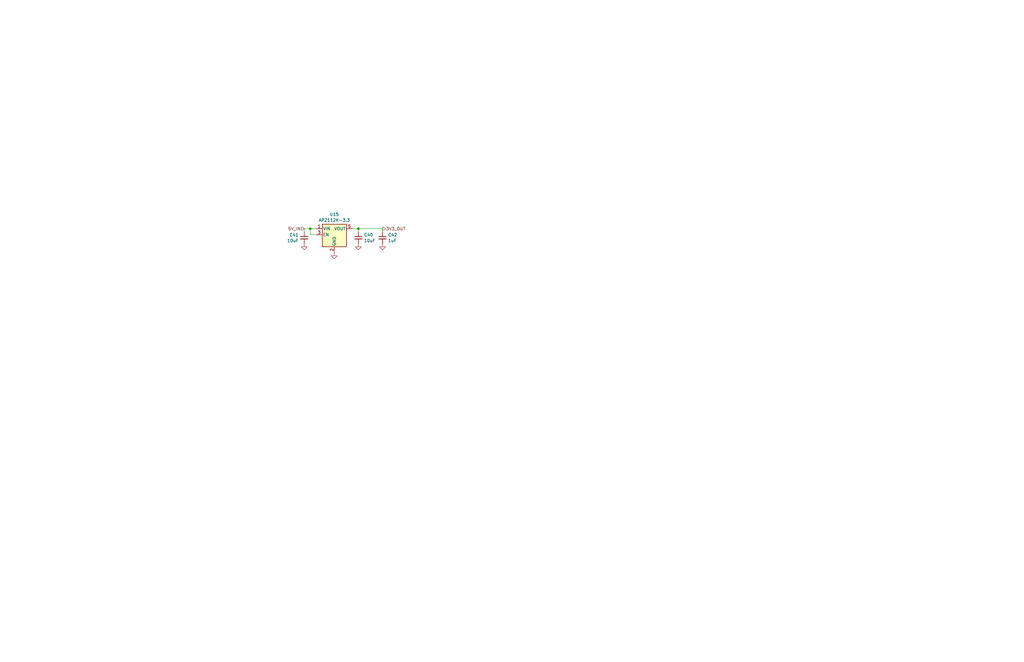
<source format=kicad_sch>
(kicad_sch (version 20250114) (generator "eeschema") (generator_version "9.0")
  (paper "B")
  (lib_symbols
    (symbol "Device:C_Small" (pin_numbers (hide yes)) (pin_names (offset 0.254) (hide yes))
      (property "Reference" "C" (at 0.254 1.778 0))
      (property "Value" "C_Small" (at 0.254 -2.032 0))
      (symbol "C_Small_0_1"
        (polyline (pts (xy -1.524 0.508) (xy 1.524 0.508)) (stroke (width 0.3048)))
        (polyline (pts (xy -1.524 -0.508) (xy 1.524 -0.508)) (stroke (width 0.3302)))
      )
      (symbol "C_Small_1_1"
        (pin passive line (at 0 2.54 270) (length 2.032) (name "~") (number "1"))
        (pin passive line (at 0 -2.54 90) (length 2.032) (name "~") (number "2"))
      )
    )
    (symbol "Regulator_Linear:AP2112K-3.3" (pin_names (offset 0.254))
      (property "Reference" "U" (at -5.08 5.715 0))
      (property "Value" "AP2112K-3.3" (at 0 5.715 0))
      (symbol "AP2112K-3.3_0_1"
        (rectangle (start -5.08 4.445) (end 5.08 -5.08) (stroke (width 0.254)) (fill (type background)))
      )
      (symbol "AP2112K-3.3_1_1"
        (pin power_in line (at -7.62 2.54 0) (length 2.54) (name "VIN") (number "1"))
        (pin input line (at -7.62 0 0) (length 2.54) (name "EN") (number "3"))
        (pin power_in line (at 0 -7.62 90) (length 2.54) (name "GND") (number "2"))
        (pin no_connect line (at 5.08 0 180) (length 2.54) (hide yes) (name "NC") (number "4"))
        (pin power_out line (at 7.62 2.54 180) (length 2.54) (name "VOUT") (number "5"))
      )
    )
    (symbol "power:GND" (power) (pin_numbers (hide yes)) (pin_names (offset 0) (hide yes))
      (property "Value" "GND" (at 0 -3.81 0))
      (symbol "GND_0_1"
        (polyline (pts (xy 0 0) (xy 0 -1.27) (xy 1.27 -1.27) (xy 0 -2.54) (xy -1.27 -1.27) (xy 0 -1.27)))
      )
      (symbol "GND_1_1"
        (pin power_in line (at 0 0 270) (length 0) (name "~") (number "1"))
      )
    )
  )
  (junction (at 130.81 96.52))
  (junction (at 151.13 96.52))
  (wire (pts (xy 151.13 96.52) (xy 161.29 96.52)))
  (wire (pts (xy 133.35 99.06) (xy 130.81 99.06)))
  (wire (pts (xy 128.27 96.52) (xy 128.27 97.79)))
  (wire (pts (xy 133.35 96.52) (xy 130.81 96.52)))
  (wire (pts (xy 130.81 96.52) (xy 128.27 96.52)))
  (wire (pts (xy 151.13 96.52) (xy 148.59 96.52)))
  (wire (pts (xy 161.29 97.79) (xy 161.29 96.52)))
  (wire (pts (xy 130.81 96.52) (xy 130.81 99.06)))
  (wire (pts (xy 151.13 96.52) (xy 151.13 97.79)))
  (hierarchical_label "5V_IN" (shape input) (at 128.27 96.52 180))
  (hierarchical_label "3V3_OUT" (shape output) (at 161.29 96.52 0))
  (symbol (lib_id "power:GND") (at 161.29 102.87 0) (unit 1)
    (property "Reference" "#PWR0123" (effects (hide yes)))
    (property "Value" "GND" (effects (hide yes)))
    (property "Description" "Power symbol creates a global label with name \"GND\" , ground" (effects (hide yes)))
  )
  (symbol (lib_id "power:GND") (at 128.27 102.87 0) (mirror y) (unit 1)
    (property "Reference" "#PWR0122" (effects (hide yes)))
    (property "Value" "GND" (effects (hide yes)))
    (property "Description" "Power symbol creates a global label with name \"GND\" , ground" (effects (hide yes)))
  )
  (symbol (lib_id "power:GND") (at 151.13 102.87 0) (mirror y) (unit 1)
    (property "Reference" "#PWR0124" (effects (hide yes)))
    (property "Value" "GND" (effects (hide yes)))
    (property "Description" "Power symbol creates a global label with name \"GND\" , ground" (effects (hide yes)))
  )
  (symbol (lib_id "Regulator_Linear:AP2112K-3.3") (at 140.97 99.06 0) (unit 1)
    (property "Reference" "U15" (at 140.97 90.4705 0))
    (property "Value" "AP2112K-3.3" (at 140.97 92.8948 0))
    (property "Footprint" "Package_TO_SOT_SMD:SOT-23-5" (effects (hide yes)))
    (property "Datasheet" "https://www.diodes.com/assets/Datasheets/AP2112.pdf" (effects (hide yes)))
    (property "Description" "600mA low dropout linear regulator, with enable pin, 3.8V-6V input voltage range, 3.3V fixed positive output, SOT-23-5" (effects (hide yes)))
  )
  (symbol (lib_id "Device:C_Small") (at 161.29 100.33 0) (unit 1)
    (property "Reference" "C42" (at 163.6141 99.1241 0) (effects (justify left)))
    (property "Value" "1uF" (at 163.6141 101.5484 0) (effects (justify left)))
    (property "Description" "Unpolarized capacitor, small symbol" (effects (hide yes)))
  )
  (symbol (lib_id "Device:C_Small") (at 128.27 100.33 0) (mirror y) (unit 1)
    (property "Reference" "C41" (at 125.9459 99.1241 0) (effects (justify left)))
    (property "Value" "10uF" (at 125.9459 101.5484 0) (effects (justify left)))
    (property "Description" "Unpolarized capacitor, small symbol" (effects (hide yes)))
  )
  (symbol (lib_id "power:GND") (at 140.97 106.68 0) (mirror y) (unit 1)
    (property "Reference" "#PWR0121" (effects (hide yes)))
    (property "Value" "GND" (effects (hide yes)))
    (property "Description" "Power symbol creates a global label with name \"GND\" , ground" (effects (hide yes)))
  )
  (symbol (lib_id "Device:C_Small") (at 151.13 100.33 0) (unit 1)
    (property "Reference" "C40" (at 153.4541 99.1241 0) (effects (justify left)))
    (property "Value" "10uF" (at 153.4541 101.5484 0) (effects (justify left)))
    (property "Description" "Unpolarized capacitor, small symbol" (effects (hide yes)))
  )
)
</source>
